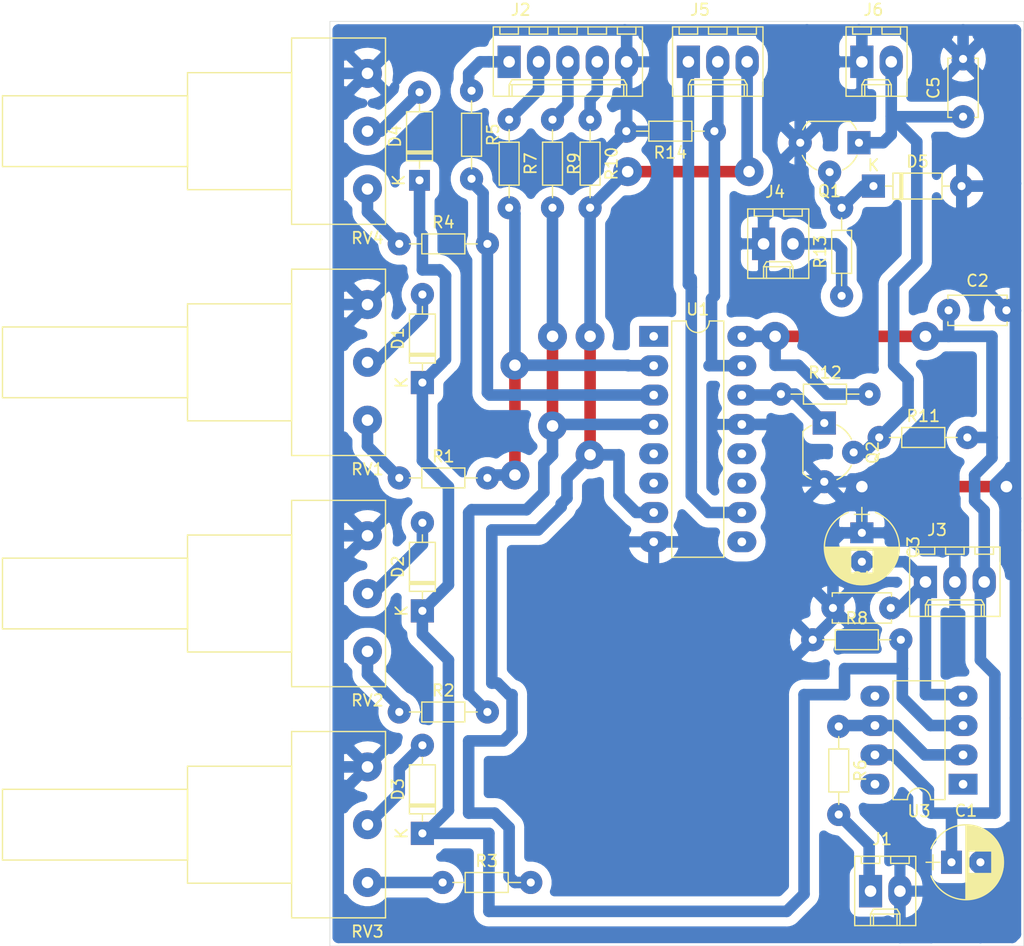
<source format=kicad_pcb>
(kicad_pcb (version 20171130) (host pcbnew "(5.1.6)-1")
  (layers (0 F.Cu signal) (31 B.Cu signal) (34 B.Paste user hide) (35 F.Paste user hide) (36 B.SilkS user hide) (37 F.SilkS user) (38 B.Mask user hide) (39 F.Mask user hide) (44 Edge.Cuts user))
  (net 0 "")
  (net 1 +12V)
  (net 2 GND)
  (net 3 -12V)
  (net 4 "Net-(C5-Pad1)")
  (net 5 "Net-(D1-Pad2)")
  (net 6 Q0_CV)
  (net 7 "Net-(D2-Pad2)")
  (net 8 "Net-(D3-Pad2)")
  (net 9 "Net-(D4-Pad2)")
  (net 10 "Net-(D5-Pad1)")
  (net 11 "Net-(J1-Pad1)")
  (net 12 "Net-(J2-Pad1)")
  (net 13 "Net-(J2-Pad2)")
  (net 14 "Net-(J2-Pad3)")
  (net 15 "Net-(J2-Pad4)")
  (net 16 "Net-(J4-Pad2)")
  (net 17 Q4)
  (net 18 RST)
  (net 19 Q3)
  (net 20 CLK)
  (net 21 "Net-(R1-Pad1)")
  (net 22 Q1)
  (net 23 "Net-(R2-Pad1)")
  (net 24 Q2)
  (net 25 "Net-(R3-Pad1)")
  (net 26 "Net-(R4-Pad1)")
  (net 27 Q0)
  (net 28 "Net-(R6-Pad1)")
  (net 29 "Net-(U1-Pad6)")
  (net 30 "Net-(U1-Pad5)")
  (net 31 "Net-(U1-Pad12)")
  (net 32 "Net-(U1-Pad11)")
  (net 33 "Net-(U1-Pad9)")
  (net 34 "Net-(U1-Pad1)")
  (net 35 "Net-(U3-Pad8)")
  (net 36 "Net-(U3-Pad5)")
  (net 37 "Net-(U3-Pad1)")
  (module Resistors_ThroughHole:R_Axial_DIN0204_L3.6mm_D1.6mm_P7.62mm_Horizontal (layer F.Cu) (at 72.5 58.5 270)
    (fp_text reference R10 (at 3.81 -1.86 90) (layer F.SilkS))
    (fp_text value 2.2k)
    (pad 1 thru_hole circle (at 0 0 270) (size 2 2) (drill 0.7) (layers *.Cu *.Mask) (net 15 "Net-(J2-Pad4)"))
    (pad 2 thru_hole oval (at 7.62 0 270) (size 2 2) (drill 0.7) (layers *.Cu *.Mask) (net 19 Q3))
  )
  (module Package_DIP:DIP-8_W7.62mm_LongPads (layer F.Cu) (at 104.75 116 180)
    (fp_text reference U3 (at 3.81 -2.33) (layer F.SilkS))
    (fp_text value LM741)
    (pad 8 thru_hole oval (at 7.62 0 180) (size 2.5 1.8) (drill 0.75) (layers *.Cu *.Mask) (net 35 "Net-(U3-Pad8)"))
    (pad 4 thru_hole oval (at 0 7.62 180) (size 2.5 1.8) (drill 0.75) (layers *.Cu *.Mask) (net 3 -12V))
    (pad 7 thru_hole oval (at 7.62 2.54 180) (size 2.5 1.8) (drill 0.75) (layers *.Cu *.Mask) (net 1 +12V))
    (pad 3 thru_hole oval (at 0 5.08 180) (size 2.5 1.8) (drill 0.75) (layers *.Cu *.Mask) (net 6 Q0_CV))
    (pad 6 thru_hole oval (at 7.62 5.08 180) (size 2.5 1.8) (drill 0.75) (layers *.Cu *.Mask) (net 28 "Net-(R6-Pad1)"))
    (pad 2 thru_hole oval (at 0 2.54 180) (size 2.5 1.8) (drill 0.75) (layers *.Cu *.Mask) (net 28 "Net-(R6-Pad1)"))
    (pad 5 thru_hole oval (at 7.62 7.62 180) (size 2.5 1.8) (drill 0.75) (layers *.Cu *.Mask) (net 36 "Net-(U3-Pad5)"))
    (pad 1 thru_hole rect (at 0 0 180) (size 2.5 1.8) (drill 0.75) (layers *.Cu *.Mask) (net 37 "Net-(U3-Pad1)"))
  )
  (module Package_DIP:DIP-16_W7.62mm_LongPads (layer F.Cu) (at 78 77.25)
    (fp_text reference U1 (at 3.81 -2.33) (layer F.SilkS))
    (fp_text value 4017)
    (pad 16 thru_hole oval (at 7.62 0) (size 2.5 1.8) (drill 0.75) (layers *.Cu *.Mask) (net 1 +12V))
    (pad 8 thru_hole oval (at 0 17.78) (size 2.5 1.8) (drill 0.75) (layers *.Cu *.Mask) (net 2 GND))
    (pad 15 thru_hole oval (at 7.62 2.54) (size 2.5 1.8) (drill 0.75) (layers *.Cu *.Mask) (net 18 RST))
    (pad 7 thru_hole oval (at 0 15.24) (size 2.5 1.8) (drill 0.75) (layers *.Cu *.Mask) (net 19 Q3))
    (pad 14 thru_hole oval (at 7.62 5.08) (size 2.5 1.8) (drill 0.75) (layers *.Cu *.Mask) (net 20 CLK))
    (pad 6 thru_hole oval (at 0 12.7) (size 2.5 1.8) (drill 0.75) (layers *.Cu *.Mask) (net 29 "Net-(U1-Pad6)"))
    (pad 13 thru_hole oval (at 7.62 7.62) (size 2.5 1.8) (drill 0.75) (layers *.Cu *.Mask) (net 2 GND))
    (pad 5 thru_hole oval (at 0 10.16) (size 2.5 1.8) (drill 0.75) (layers *.Cu *.Mask) (net 30 "Net-(U1-Pad5)"))
    (pad 12 thru_hole oval (at 7.62 10.16) (size 2.5 1.8) (drill 0.75) (layers *.Cu *.Mask) (net 31 "Net-(U1-Pad12)"))
    (pad 4 thru_hole oval (at 0 7.62) (size 2.5 1.8) (drill 0.8) (layers *.Cu *.Mask) (net 24 Q2))
    (pad 11 thru_hole oval (at 7.62 12.7) (size 2.5 1.8) (drill 0.75) (layers *.Cu *.Mask) (net 32 "Net-(U1-Pad11)"))
    (pad 3 thru_hole oval (at 0 5.08) (size 2.5 1.8) (drill 0.75) (layers *.Cu *.Mask) (net 27 Q0))
    (pad 10 thru_hole oval (at 7.62 15.24) (size 2.5 1.8) (drill 0.75) (layers *.Cu *.Mask) (net 17 Q4))
    (pad 2 thru_hole oval (at 0 2.54) (size 2.5 1.8) (drill 0.75) (layers *.Cu *.Mask) (net 22 Q1))
    (pad 9 thru_hole oval (at 7.62 17.78) (size 2.5 1.8) (drill 0.75) (layers *.Cu *.Mask) (net 33 "Net-(U1-Pad9)"))
    (pad 1 thru_hole rect (at 0 0) (size 2.5 1.8) (drill 0.75) (layers *.Cu *.Mask) (net 34 "Net-(U1-Pad1)"))
  )
  (module Potentiometers:Potentiometer_Piher_PC-16_Single_Vertical (layer F.Cu) (at 53.25 54.5 180)
    (fp_text reference RV4 (at 0 -14.25) (layer F.SilkS))
    (fp_text value "10K B")
    (pad 3 thru_hole circle (at 0 -10 180) (size 2.5 2.5) (drill 1) (layers *.Cu *.Mask) (net 26 "Net-(R4-Pad1)"))
    (pad 2 thru_hole circle (at 0 -5 180) (size 2.5 2.5) (drill 1) (layers *.Cu *.Mask) (net 9 "Net-(D4-Pad2)"))
    (pad 1 thru_hole circle (at 0 0 180) (size 2.5 2.5) (drill 1) (layers *.Cu *.Mask) (net 2 GND))
  )
  (module Potentiometers:Potentiometer_Piher_PC-16_Single_Vertical (layer F.Cu) (at 53.25 114.5 180)
    (fp_text reference RV3 (at 0 -14.25) (layer F.SilkS))
    (fp_text value "10K B")
    (pad 3 thru_hole circle (at 0 -10 180) (size 2.5 2.5) (drill 1) (layers *.Cu *.Mask) (net 25 "Net-(R3-Pad1)"))
    (pad 2 thru_hole circle (at 0 -5 180) (size 2.5 2.5) (drill 1) (layers *.Cu *.Mask) (net 8 "Net-(D3-Pad2)"))
    (pad 1 thru_hole circle (at 0 0 180) (size 2.5 2.5) (drill 1) (layers *.Cu *.Mask) (net 2 GND))
  )
  (module Potentiometers:Potentiometer_Piher_PC-16_Single_Vertical (layer F.Cu) (at 53.25 94.5 180)
    (fp_text reference RV2 (at 0 -14.25) (layer F.SilkS))
    (fp_text value "10K B")
    (pad 3 thru_hole circle (at 0 -10 180) (size 2.5 2.5) (drill 1) (layers *.Cu *.Mask) (net 23 "Net-(R2-Pad1)"))
    (pad 2 thru_hole circle (at 0 -5 180) (size 2.5 2.5) (drill 1) (layers *.Cu *.Mask) (net 7 "Net-(D2-Pad2)"))
    (pad 1 thru_hole circle (at 0 0 180) (size 2.5 2.5) (drill 1) (layers *.Cu *.Mask) (net 2 GND))
  )
  (module Potentiometers:Potentiometer_Piher_PC-16_Single_Vertical (layer F.Cu) (at 53.25 74.5 180)
    (fp_text reference RV1 (at 0 -14.25) (layer F.SilkS))
    (fp_text value "10K B")
    (pad 3 thru_hole circle (at 0 -10 180) (size 2.5 2.5) (drill 1) (layers *.Cu *.Mask) (net 21 "Net-(R1-Pad1)"))
    (pad 2 thru_hole circle (at 0 -5 180) (size 2.5 2.5) (drill 1) (layers *.Cu *.Mask) (net 5 "Net-(D1-Pad2)"))
    (pad 1 thru_hole circle (at 0 0 180) (size 2.5 2.5) (drill 1) (layers *.Cu *.Mask) (net 2 GND))
  )
  (module Resistors_ThroughHole:R_Axial_DIN0204_L3.6mm_D1.6mm_P7.62mm_Horizontal (layer F.Cu) (at 83.25 59.5 180)
    (fp_text reference R14 (at 3.81 -1.86) (layer F.SilkS))
    (fp_text value 100k)
    (pad 1 thru_hole circle (at 0 0 180) (size 2 2) (drill 0.7) (layers *.Cu *.Mask) (net 18 RST))
    (pad 2 thru_hole oval (at 7.62 0 180) (size 2 2) (drill 0.7) (layers *.Cu *.Mask) (net 2 GND))
  )
  (module Resistors_ThroughHole:R_Axial_DIN0204_L3.6mm_D1.6mm_P7.62mm_Horizontal (layer F.Cu) (at 94.25 73.75 90)
    (fp_text reference R13 (at 3.81 -1.86 90) (layer F.SilkS))
    (fp_text value 100k)
    (pad 1 thru_hole circle (at 0 0 90) (size 2 2) (drill 0.7) (layers *.Cu *.Mask) (net 16 "Net-(J4-Pad2)"))
    (pad 2 thru_hole oval (at 7.62 0 90) (size 2 2) (drill 0.7) (layers *.Cu *.Mask) (net 10 "Net-(D5-Pad1)"))
  )
  (module Resistors_ThroughHole:R_Axial_DIN0204_L3.6mm_D1.6mm_P7.62mm_Horizontal (layer F.Cu) (at 89 82.25)
    (fp_text reference R12 (at 3.81 -1.86) (layer F.SilkS))
    (fp_text value 100k)
    (pad 1 thru_hole circle (at 0 0) (size 2 2) (drill 0.7) (layers *.Cu *.Mask) (net 20 CLK))
    (pad 2 thru_hole oval (at 7.62 0) (size 2 2) (drill 0.7) (layers *.Cu *.Mask) (net 1 +12V))
  )
  (module Resistors_ThroughHole:R_Axial_DIN0204_L3.6mm_D1.6mm_P7.62mm_Horizontal (layer F.Cu) (at 97.5 86)
    (fp_text reference R11 (at 3.81 -1.86) (layer F.SilkS))
    (fp_text value 100k)
    (pad 1 thru_hole circle (at 0 0) (size 2 2) (drill 0.7) (layers *.Cu *.Mask) (net 4 "Net-(C5-Pad1)"))
    (pad 2 thru_hole oval (at 7.62 0) (size 2 2) (drill 0.7) (layers *.Cu *.Mask) (net 1 +12V))
  )
  (module Resistors_ThroughHole:R_Axial_DIN0204_L3.6mm_D1.6mm_P7.62mm_Horizontal (layer F.Cu) (at 69.25 58.5 270)
    (fp_text reference R9 (at 3.81 -1.86 90) (layer F.SilkS))
    (fp_text value 2.2k)
    (pad 1 thru_hole circle (at 0 0 270) (size 2 2) (drill 0.7) (layers *.Cu *.Mask) (net 14 "Net-(J2-Pad3)"))
    (pad 2 thru_hole oval (at 7.62 0 270) (size 2 2) (drill 0.7) (layers *.Cu *.Mask) (net 24 Q2))
  )
  (module Resistors_ThroughHole:R_Axial_DIN0204_L3.6mm_D1.6mm_P7.62mm_Horizontal (layer F.Cu) (at 91.75 103.5)
    (fp_text reference R8 (at 3.81 -1.86) (layer F.SilkS))
    (fp_text value 100k)
    (pad 1 thru_hole circle (at 0 0) (size 2 2) (drill 0.7) (layers *.Cu *.Mask) (net 2 GND))
    (pad 2 thru_hole oval (at 7.62 0) (size 2 2) (drill 0.7) (layers *.Cu *.Mask) (net 6 Q0_CV))
  )
  (module Resistors_ThroughHole:R_Axial_DIN0204_L3.6mm_D1.6mm_P7.62mm_Horizontal (layer F.Cu) (at 65.5 58.5 270)
    (fp_text reference R7 (at 3.81 -1.86 90) (layer F.SilkS))
    (fp_text value 2.2k)
    (pad 1 thru_hole circle (at 0 0 270) (size 2 2) (drill 0.7) (layers *.Cu *.Mask) (net 13 "Net-(J2-Pad2)"))
    (pad 2 thru_hole oval (at 7.62 0 270) (size 2 2) (drill 0.7) (layers *.Cu *.Mask) (net 22 Q1))
  )
  (module Resistors_ThroughHole:R_Axial_DIN0204_L3.6mm_D1.6mm_P7.62mm_Horizontal (layer F.Cu) (at 94 111 270)
    (fp_text reference R6 (at 3.81 -1.86 90) (layer F.SilkS))
    (fp_text value 100)
    (pad 1 thru_hole circle (at 0 0 270) (size 2 2) (drill 0.7) (layers *.Cu *.Mask) (net 28 "Net-(R6-Pad1)"))
    (pad 2 thru_hole oval (at 7.62 0 270) (size 2 2) (drill 0.7) (layers *.Cu *.Mask) (net 11 "Net-(J1-Pad1)"))
  )
  (module Resistors_ThroughHole:R_Axial_DIN0204_L3.6mm_D1.6mm_P7.62mm_Horizontal (layer F.Cu) (at 62.25 56 270)
    (fp_text reference R5 (at 3.81 -1.86 90) (layer F.SilkS))
    (fp_text value 2.2k)
    (pad 1 thru_hole circle (at 0 0 270) (size 2 2) (drill 0.7) (layers *.Cu *.Mask) (net 12 "Net-(J2-Pad1)"))
    (pad 2 thru_hole oval (at 7.62 0 270) (size 2 2) (drill 0.7) (layers *.Cu *.Mask) (net 27 Q0))
  )
  (module Resistors_ThroughHole:R_Axial_DIN0204_L3.6mm_D1.6mm_P7.62mm_Horizontal (layer F.Cu) (at 56 69.25)
    (fp_text reference R4 (at 3.81 -1.86) (layer F.SilkS))
    (fp_text value 10k)
    (pad 1 thru_hole circle (at 0 0) (size 2 2) (drill 0.7) (layers *.Cu *.Mask) (net 26 "Net-(R4-Pad1)"))
    (pad 2 thru_hole oval (at 7.62 0) (size 2 2) (drill 0.7) (layers *.Cu *.Mask) (net 27 Q0))
  )
  (module Resistors_ThroughHole:R_Axial_DIN0204_L3.6mm_D1.6mm_P7.62mm_Horizontal (layer F.Cu) (at 59.75 124.5)
    (fp_text reference R3 (at 3.81 -1.86) (layer F.SilkS))
    (fp_text value 10k)
    (pad 1 thru_hole circle (at 0 0) (size 2 2) (drill 0.7) (layers *.Cu *.Mask) (net 25 "Net-(R3-Pad1)"))
    (pad 2 thru_hole oval (at 7.62 0) (size 2 2) (drill 0.7) (layers *.Cu *.Mask) (net 19 Q3))
  )
  (module Resistors_ThroughHole:R_Axial_DIN0204_L3.6mm_D1.6mm_P7.62mm_Horizontal (layer F.Cu) (at 56 109.75)
    (fp_text reference R2 (at 3.81 -1.86) (layer F.SilkS))
    (fp_text value 10k)
    (pad 1 thru_hole circle (at 0 0) (size 2 2) (drill 0.7) (layers *.Cu *.Mask) (net 23 "Net-(R2-Pad1)"))
    (pad 2 thru_hole oval (at 7.62 0) (size 2 2) (drill 0.7) (layers *.Cu *.Mask) (net 24 Q2))
  )
  (module Resistors_ThroughHole:R_Axial_DIN0204_L3.6mm_D1.6mm_P7.62mm_Horizontal (layer F.Cu) (at 56 89.5)
    (fp_text reference R1 (at 3.81 -1.86) (layer F.SilkS))
    (fp_text value 10k)
    (pad 1 thru_hole circle (at 0 0) (size 2 2) (drill 0.7) (layers *.Cu *.Mask) (net 21 "Net-(R1-Pad1)"))
    (pad 2 thru_hole oval (at 7.62 0) (size 2 2) (drill 0.7) (layers *.Cu *.Mask) (net 22 Q1))
  )
  (module Package_TO_SOT_THT:TO-92_Wide (layer F.Cu) (at 92.75 84.75 270)
    (fp_text reference Q2 (at 2.55 -4.19 90) (layer F.SilkS))
    (fp_text value BC547)
    (pad 1 thru_hole rect (at 0 0) (size 2 2) (drill 0.7) (layers *.Cu *.Mask) (net 20 CLK))
    (pad 3 thru_hole circle (at 5.08 0) (size 2 2) (drill 0.7) (layers *.Cu *.Mask) (net 2 GND))
    (pad 2 thru_hole circle (at 2.54 -2.54) (size 2 2) (drill 0.7) (layers *.Cu *.Mask) (net 4 "Net-(C5-Pad1)"))
  )
  (module Package_TO_SOT_THT:TO-92_Wide (layer F.Cu) (at 95.75 60.5 180)
    (fp_text reference Q1 (at 2.55 -4.19) (layer F.SilkS))
    (fp_text value BC547)
    (pad 1 thru_hole rect (at 0 0 270) (size 2 2) (drill 0.7) (layers *.Cu *.Mask) (net 4 "Net-(C5-Pad1)"))
    (pad 3 thru_hole circle (at 5.08 0 270) (size 2 2) (drill 0.7) (layers *.Cu *.Mask) (net 2 GND))
    (pad 2 thru_hole circle (at 2.54 -2.54 270) (size 2 2) (drill 0.7) (layers *.Cu *.Mask) (net 10 "Net-(D5-Pad1)"))
  )
  (module Connectors_Molex:Molex_KK-6410-02_02x2.54mm_Straight (layer F.Cu) (at 96 53.5)
    (fp_text reference J6 (at 1 -4.5) (layer F.SilkS))
    (fp_text value BTN_STEP)
    (pad 1 thru_hole rect (at 0 0) (size 2 2.8) (drill 1) (layers *.Cu *.Mask) (net 2 GND))
    (pad 2 thru_hole oval (at 2.54 0) (size 2 2.8) (drill 1) (layers *.Cu *.Mask) (net 4 "Net-(C5-Pad1)"))
  )
  (module Connectors_Molex:Molex_KK-6410-03_03x2.54mm_Straight (layer F.Cu) (at 81 53.5)
    (fp_text reference J5 (at 1 -4.5) (layer F.SilkS))
    (fp_text value SW_STEPS)
    (pad 1 thru_hole rect (at 0 0) (size 2 2.8) (drill 1) (layers *.Cu *.Mask) (net 17 Q4))
    (pad 2 thru_hole oval (at 2.54 0) (size 2 2.8) (drill 1) (layers *.Cu *.Mask) (net 18 RST))
    (pad 3 thru_hole oval (at 5.08 0) (size 2 2.8) (drill 1) (layers *.Cu *.Mask) (net 19 Q3))
  )
  (module Connectors_Molex:Molex_KK-6410-02_02x2.54mm_Straight (layer F.Cu) (at 87.5 69.25)
    (fp_text reference J4 (at 1 -4.5) (layer F.SilkS))
    (fp_text value CLK_IN)
    (pad 1 thru_hole rect (at 0 0) (size 2 2.8) (drill 1) (layers *.Cu *.Mask) (net 2 GND))
    (pad 2 thru_hole oval (at 2.54 0) (size 2 2.8) (drill 1) (layers *.Cu *.Mask) (net 16 "Net-(J4-Pad2)"))
  )
  (module Connectors_Molex:Molex_KK-6410-03_03x2.54mm_Straight (layer F.Cu) (at 101.5 98.5)
    (fp_text reference J3 (at 1 -4.5) (layer F.SilkS))
    (fp_text value POWER)
    (pad 1 thru_hole rect (at 0 0) (size 2 2.8) (drill 1) (layers *.Cu *.Mask) (net 3 -12V))
    (pad 2 thru_hole oval (at 2.54 0) (size 2 2.8) (drill 1) (layers *.Cu *.Mask) (net 2 GND))
    (pad 3 thru_hole oval (at 5.08 0) (size 2 2.8) (drill 1) (layers *.Cu *.Mask) (net 1 +12V))
  )
  (module Connectors_Molex:Molex_KK-6410-05_05x2.54mm_Straight (layer F.Cu) (at 65.5 53.5)
    (fp_text reference J2 (at 1 -4.5) (layer F.SilkS))
    (fp_text value LEDS_OUT)
    (pad 1 thru_hole rect (at 0 0) (size 2 2.8) (drill 1) (layers *.Cu *.Mask) (net 12 "Net-(J2-Pad1)"))
    (pad 2 thru_hole oval (at 2.54 0) (size 2 2.8) (drill 1) (layers *.Cu *.Mask) (net 13 "Net-(J2-Pad2)"))
    (pad 3 thru_hole oval (at 5.08 0) (size 2 2.8) (drill 1) (layers *.Cu *.Mask) (net 14 "Net-(J2-Pad3)"))
    (pad 4 thru_hole oval (at 7.62 0) (size 2 2.8) (drill 1) (layers *.Cu *.Mask) (net 15 "Net-(J2-Pad4)"))
    (pad 5 thru_hole oval (at 10.16 0) (size 2 2.8) (drill 1) (layers *.Cu *.Mask) (net 2 GND))
  )
  (module Connectors_Molex:Molex_KK-6410-02_02x2.54mm_Straight (layer F.Cu) (at 96.75 125.25)
    (fp_text reference J1 (at 1 -4.5) (layer F.SilkS))
    (fp_text value CV_OUT)
    (pad 1 thru_hole rect (at 0 0) (size 2 2.8) (drill 1) (layers *.Cu *.Mask) (net 11 "Net-(J1-Pad1)"))
    (pad 2 thru_hole oval (at 2.54 0) (size 2 2.8) (drill 1) (layers *.Cu *.Mask) (net 2 GND))
  )
  (module Diode_THT:D_DO-35_SOD27_P7.62mm_Horizontal (layer F.Cu) (at 97 64.25)
    (fp_text reference D5 (at 3.81 -2.12) (layer F.SilkS))
    (fp_text value 1N4148)
    (fp_text user K (at 0 -1.8) (layer F.SilkS))
    (pad 2 thru_hole oval (at 7.62 0) (size 2 2) (drill 0.7) (layers *.Cu *.Mask) (net 2 GND))
    (pad 1 thru_hole rect (at 0 0) (size 2 2) (drill 0.7) (layers *.Cu *.Mask) (net 10 "Net-(D5-Pad1)"))
  )
  (module Diode_THT:D_DO-35_SOD27_P7.62mm_Horizontal (layer F.Cu) (at 57.75 63.75 90)
    (fp_text reference D4 (at 3.81 -2.12 90) (layer F.SilkS))
    (fp_text value 1N4148)
    (fp_text user K (at 0 -1.8 90) (layer F.SilkS))
    (pad 2 thru_hole oval (at 7.62 0 90) (size 2 2) (drill 0.7) (layers *.Cu *.Mask) (net 9 "Net-(D4-Pad2)"))
    (pad 1 thru_hole rect (at 0 0 90) (size 1.8 1.8) (drill 0.7) (layers *.Cu *.Mask) (net 6 Q0_CV))
  )
  (module Diode_THT:D_DO-35_SOD27_P7.62mm_Horizontal (layer F.Cu) (at 58 120.25 90)
    (fp_text reference D3 (at 3.81 -2.12 90) (layer F.SilkS))
    (fp_text value 1N4148)
    (fp_text user K (at 0 -1.8 90) (layer F.SilkS))
    (pad 2 thru_hole oval (at 7.62 0 90) (size 2 2) (drill 0.7) (layers *.Cu *.Mask) (net 8 "Net-(D3-Pad2)"))
    (pad 1 thru_hole rect (at 0 0 90) (size 2 2) (drill 0.7) (layers *.Cu *.Mask) (net 6 Q0_CV))
  )
  (module Diode_THT:D_DO-35_SOD27_P7.62mm_Horizontal (layer F.Cu) (at 58 101 90)
    (fp_text reference D2 (at 3.81 -2.12 90) (layer F.SilkS))
    (fp_text value 1N4148)
    (fp_text user K (at 0 -1.8 90) (layer F.SilkS))
    (pad 2 thru_hole oval (at 7.62 0 90) (size 2 2) (drill 0.7) (layers *.Cu *.Mask) (net 7 "Net-(D2-Pad2)"))
    (pad 1 thru_hole rect (at 0 0 90) (size 2 2) (drill 0.7) (layers *.Cu *.Mask) (net 6 Q0_CV))
  )
  (module Diode_THT:D_DO-35_SOD27_P7.62mm_Horizontal (layer F.Cu) (at 58 81.25 90)
    (fp_text reference D1 (at 3.81 -2.12 90) (layer F.SilkS))
    (fp_text value 1N4148)
    (fp_text user K (at 0 -1.8 90) (layer F.SilkS))
    (pad 2 thru_hole oval (at 7.62 0 90) (size 2 2) (drill 0.7) (layers *.Cu *.Mask) (net 5 "Net-(D1-Pad2)"))
    (pad 1 thru_hole rect (at 0 0 90) (size 2 2) (drill 0.7) (layers *.Cu *.Mask) (net 6 Q0_CV))
  )
  (module Capacitors_ThroughHole:C_Disc_D5.0mm_W2.5mm_P5.00mm (layer F.Cu) (at 104.75 58.25 90)
    (fp_text reference C5 (at 2.5 -2.56 90) (layer F.SilkS))
    (fp_text value 100nF)
    (pad 1 thru_hole circle (at 0 0 90) (size 2 2) (drill 0.7) (layers *.Cu *.Mask) (net 4 "Net-(C5-Pad1)"))
    (pad 2 thru_hole circle (at 5 0 90) (size 2 2) (drill 0.7) (layers *.Cu *.Mask) (net 2 GND))
  )
  (module Capacitors_ThroughHole:C_Disc_D5.0mm_W2.5mm_P5.00mm (layer F.Cu) (at 93.5 100.75)
    (fp_text reference C4 (at 2.5 -2.56) (layer F.SilkS))
    (fp_text value 100nF)
    (pad 1 thru_hole circle (at 0 0) (size 2 2) (drill 0.7) (layers *.Cu *.Mask) (net 2 GND))
    (pad 2 thru_hole circle (at 5 0) (size 2 2) (drill 0.7) (layers *.Cu *.Mask) (net 3 -12V))
  )
  (module Capacitors_ThroughHole:CP_Radial_D6.3mm_P2.50mm (layer F.Cu) (at 96 94.25 270)
    (fp_text reference C3 (at 1.25 -4.46 90) (layer F.SilkS))
    (fp_text value 100uFx25V)
    (pad 1 thru_hole rect (at 0 0 270) (size 1.8 2) (drill 0.7) (layers *.Cu *.Mask) (net 2 GND))
    (pad 2 thru_hole circle (at 2.5 0 270) (size 2 2) (drill 0.7) (layers *.Cu *.Mask) (net 3 -12V))
  )
  (module Capacitors_ThroughHole:C_Disc_D5.0mm_W2.5mm_P5.00mm (layer F.Cu) (at 103.5 75)
    (fp_text reference C2 (at 2.5 -2.56) (layer F.SilkS))
    (fp_text value 100nF)
    (pad 1 thru_hole circle (at 0 0) (size 2 2) (drill 0.7) (layers *.Cu *.Mask) (net 1 +12V))
    (pad 2 thru_hole circle (at 5 0) (size 2 2) (drill 0.7) (layers *.Cu *.Mask) (net 2 GND))
  )
  (module Capacitors_ThroughHole:CP_Radial_D6.3mm_P2.50mm (layer F.Cu) (at 103.75 122.75)
    (fp_text reference C1 (at 1.25 -4.46) (layer F.SilkS))
    (fp_text value 100uFx25V)
    (pad 1 thru_hole rect (at 0 0) (size 1.8 2) (drill 0.7) (layers *.Cu *.Mask) (net 1 +12V))
    (pad 2 thru_hole circle (at 2.5 0) (size 2 2) (drill 0.7) (layers *.Cu *.Mask) (net 2 GND))
  )
  (gr_line (start 110 110) (end 110 130) (layer Edge.Cuts) (width 0.05))
  (gr_line (start 50 110) (end 50 130) (layer Edge.Cuts) (width 0.05))
  (gr_line (start 50 130) (end 110 130) (layer Edge.Cuts) (width 0.05))
  (gr_line (start 50 110) (end 50 50) (layer Edge.Cuts) (width 0.05))
  (gr_line (start 110 50) (end 110 110) (layer Edge.Cuts) (width 0.05))
  (gr_line (start 50 50) (end 110 50) (layer Edge.Cuts) (width 0.05))
  (segment (start 97.13 113.46) (end 98.71 113.46) (width 1) (layer B.Cu) (net 1))
  (segment (start 98.71 113.46) (end 101.75 116.5) (width 1) (layer B.Cu) (net 1))
  (segment (start 101.75 116.5) (end 101.75 118.25) (width 1) (layer B.Cu) (net 1))
  (segment (start 101.75 118.25) (end 102 118.5) (width 1) (layer B.Cu) (net 1))
  (segment (start 103.75 118.75) (end 104 118.5) (width 1) (layer B.Cu) (net 1))
  (segment (start 103.75 122.75) (end 103.75 118.75) (width 1) (layer B.Cu) (net 1))
  (segment (start 102 118.5) (end 104 118.5) (width 1) (layer B.Cu) (net 1))
  (segment (start 103.5 75) (end 103.5 77.25) (width 1) (layer B.Cu) (net 1))
  (segment (start 85.62 77.25) (end 88.5 77.25) (width 1) (layer B.Cu) (net 1))
  (segment (start 103.5 77.25) (end 107.25 77.25) (width 1) (layer B.Cu) (net 1))
  (segment (start 106.58 98.5) (end 106.58 92.33) (width 1) (layer B.Cu) (net 1))
  (segment (start 106.58 92.33) (end 105.75 91.5) (width 1) (layer B.Cu) (net 1))
  (segment (start 105.75 91.5) (end 105.75 89.25) (width 1) (layer B.Cu) (net 1))
  (segment (start 105.75 89.25) (end 107.25 87.75) (width 1) (layer B.Cu) (net 1))
  (segment (start 106.25 105.25) (end 106.25 98.83) (width 1) (layer B.Cu) (net 1))
  (segment (start 107.5 106.5) (end 106.25 105.25) (width 1) (layer B.Cu) (net 1))
  (segment (start 106.25 98.83) (end 106.58 98.5) (width 1) (layer B.Cu) (net 1))
  (segment (start 104 118.5) (end 107.5 118.5) (width 1) (layer B.Cu) (net 1))
  (segment (start 107.5 118.5) (end 107.5 106.5) (width 1) (layer B.Cu) (net 1))
  (segment (start 101.5 77.25) (end 103.5 77.25) (width 1) (layer B.Cu) (net 1))
  (via (at 101.5 77.25) (size 2.5) (drill 1) (layers F.Cu B.Cu) (net 1))
  (via (at 88.5 77.25) (size 2.5) (drill 1) (layers F.Cu B.Cu) (net 1))
  (segment (start 101.5 77.25) (end 88.5 77.25) (width 1) (layer F.Cu) (net 1))
  (segment (start 96.62 82.25) (end 93 82.25) (width 1) (layer B.Cu) (net 1))
  (segment (start 93 82.25) (end 90.5 79.75) (width 1) (layer B.Cu) (net 1))
  (segment (start 90.5 79.75) (end 88.5 79.75) (width 1) (layer B.Cu) (net 1))
  (segment (start 88.5 79.75) (end 88.5 77.25) (width 1) (layer B.Cu) (net 1))
  (segment (start 105.12 86) (end 107.25 86) (width 1) (layer B.Cu) (net 1))
  (segment (start 107.25 87.75) (end 107.25 86) (width 1) (layer B.Cu) (net 1))
  (segment (start 107.25 86) (end 107.25 77.25) (width 1) (layer B.Cu) (net 1))
  (via (at 108.5 90.25) (size 2.5) (drill 1) (layers F.Cu B.Cu) (net 2))
  (via (at 96 90.25) (size 2.5) (drill 1) (layers F.Cu B.Cu) (net 2))
  (segment (start 99.29 125.25) (end 99.29 129.23499) (width 1) (layer B.Cu) (net 2))
  (segment (start 99.29 129.23499) (end 99.30501 129.25) (width 1) (layer B.Cu) (net 2))
  (segment (start 109.27499 128.97501) (end 109.27499 110.300308) (width 1) (layer B.Cu) (net 2))
  (segment (start 109 129.25) (end 109.27499 128.97501) (width 1) (layer B.Cu) (net 2))
  (segment (start 104.04 98.5) (end 104.04 94.54) (width 1) (layer B.Cu) (net 2))
  (segment (start 109.27499 110.300308) (end 109.27499 94.02499) (width 1) (layer B.Cu) (net 2))
  (segment (start 109.27499 94.02499) (end 109.27499 93.25) (width 1) (layer B.Cu) (net 2))
  (segment (start 106.25 122.75) (end 106.25 129.25) (width 1) (layer B.Cu) (net 2))
  (segment (start 106.25 129.25) (end 109 129.25) (width 1) (layer B.Cu) (net 2))
  (segment (start 109.25 75) (end 109.27499 75.02499) (width 1) (layer B.Cu) (net 2))
  (segment (start 108.5 75) (end 109.25 75) (width 1) (layer B.Cu) (net 2))
  (segment (start 108.5 90.25) (end 96 90.25) (width 1) (layer F.Cu) (net 2))
  (segment (start 96 90.25) (end 103 90.25) (width 1) (layer B.Cu) (net 2))
  (segment (start 104.04 91.29) (end 104.04 94.54) (width 1) (layer B.Cu) (net 2))
  (segment (start 103 90.25) (end 104.04 91.29) (width 1) (layer B.Cu) (net 2))
  (segment (start 108.5 90.5) (end 109.27499 91.27499) (width 1) (layer B.Cu) (net 2))
  (segment (start 108.5 90.25) (end 108.5 90.5) (width 1) (layer B.Cu) (net 2))
  (segment (start 109.27499 93.25) (end 109.27499 91.27499) (width 1) (layer B.Cu) (net 2))
  (segment (start 109.27499 91.27499) (end 109.27499 75.02499) (width 1) (layer B.Cu) (net 2))
  (segment (start 94.25 94.25) (end 96 94.25) (width 1) (layer B.Cu) (net 2))
  (segment (start 93.5 100.75) (end 93.5 95) (width 1) (layer B.Cu) (net 2))
  (segment (start 93.5 95) (end 94.25 94.25) (width 1) (layer B.Cu) (net 2))
  (segment (start 93.5 101.75) (end 91.75 103.5) (width 1) (layer B.Cu) (net 2))
  (segment (start 93.5 100.75) (end 93.5 101.75) (width 1) (layer B.Cu) (net 2))
  (segment (start 96 90.25) (end 96 94.25) (width 1) (layer B.Cu) (net 2))
  (segment (start 95.58 89.83) (end 96 90.25) (width 1) (layer B.Cu) (net 2))
  (segment (start 92.75 89.83) (end 95.58 89.83) (width 1) (layer B.Cu) (net 2))
  (segment (start 85.62 84.87) (end 89.62 84.87) (width 1) (layer B.Cu) (net 2))
  (segment (start 89.62 84.87) (end 89.75 85) (width 1) (layer B.Cu) (net 2))
  (segment (start 89.75 85) (end 89.75 89.75) (width 1) (layer B.Cu) (net 2))
  (segment (start 92.67 89.75) (end 92.75 89.83) (width 1) (layer B.Cu) (net 2))
  (segment (start 89.75 89.75) (end 92.67 89.75) (width 1) (layer B.Cu) (net 2))
  (segment (start 50.75 129.25) (end 102 129.25) (width 1) (layer B.Cu) (net 2))
  (segment (start 50.72501 129.22501) (end 50.75 129.25) (width 1) (layer B.Cu) (net 2))
  (segment (start 50.75 50.75) (end 50.72501 50.77499) (width 1) (layer B.Cu) (net 2))
  (segment (start 99.30501 129.25) (end 102 129.25) (width 1) (layer B.Cu) (net 2))
  (segment (start 102 129.25) (end 106.25 129.25) (width 1) (layer B.Cu) (net 2))
  (segment (start 109.27499 50.77499) (end 109.25 50.75) (width 1) (layer B.Cu) (net 2))
  (segment (start 51 54.5) (end 50.72501 54.22501) (width 1) (layer B.Cu) (net 2))
  (segment (start 53.25 54.5) (end 51 54.5) (width 1) (layer B.Cu) (net 2))
  (segment (start 50.72501 50.77499) (end 50.72501 54.22501) (width 1) (layer B.Cu) (net 2))
  (segment (start 51 74.5) (end 50.72501 74.22501) (width 1) (layer B.Cu) (net 2))
  (segment (start 53.25 74.5) (end 51 74.5) (width 1) (layer B.Cu) (net 2))
  (segment (start 50.72501 54.22501) (end 50.72501 74.22501) (width 1) (layer B.Cu) (net 2))
  (segment (start 50.95002 94.5) (end 50.72501 94.27499) (width 1) (layer B.Cu) (net 2))
  (segment (start 50.72501 74.22501) (end 50.72501 94.27499) (width 1) (layer B.Cu) (net 2))
  (segment (start 53.25 94.5) (end 50.95002 94.5) (width 1) (layer B.Cu) (net 2))
  (segment (start 50.75 114.5) (end 50.72501 114.52499) (width 1) (layer B.Cu) (net 2))
  (segment (start 53.25 114.5) (end 50.75 114.5) (width 1) (layer B.Cu) (net 2))
  (segment (start 50.72501 114.52499) (end 50.72501 129.22501) (width 1) (layer B.Cu) (net 2))
  (segment (start 78 95.03) (end 82.47 95.03) (width 1) (layer B.Cu) (net 2))
  (segment (start 82.47 95.03) (end 82.5 95.06) (width 1) (layer B.Cu) (net 2))
  (segment (start 82.5 95.06) (end 82.5 96.75) (width 1) (layer B.Cu) (net 2))
  (segment (start 82.5 96.75) (end 83.5 97.75) (width 1) (layer B.Cu) (net 2))
  (segment (start 83.5 97.75) (end 90 97.75) (width 1) (layer B.Cu) (net 2))
  (segment (start 90 90) (end 89.75 89.75) (width 1) (layer B.Cu) (net 2))
  (segment (start 90 97.75) (end 90 90) (width 1) (layer B.Cu) (net 2))
  (segment (start 75.66 59.47) (end 75.63 59.5) (width 1) (layer B.Cu) (net 2))
  (segment (start 75.66 53.5) (end 75.66 59.47) (width 1) (layer B.Cu) (net 2))
  (segment (start 75.66 50.91) (end 75.5 50.75) (width 1) (layer B.Cu) (net 2))
  (segment (start 75.66 53.5) (end 75.66 50.91) (width 1) (layer B.Cu) (net 2))
  (segment (start 75.5 50.75) (end 50.75 50.75) (width 1) (layer B.Cu) (net 2))
  (segment (start 96 51) (end 95.75 50.75) (width 1) (layer B.Cu) (net 2))
  (segment (start 96 53.5) (end 96 51) (width 1) (layer B.Cu) (net 2))
  (segment (start 87.5 69.25) (end 87.5 67) (width 1) (layer B.Cu) (net 2))
  (segment (start 90.67 63.83) (end 90.67 60.5) (width 1) (layer B.Cu) (net 2))
  (segment (start 87.5 67) (end 90.67 63.83) (width 1) (layer B.Cu) (net 2))
  (segment (start 90.67 51.33) (end 91.25 50.75) (width 1) (layer B.Cu) (net 2))
  (segment (start 90.67 60.5) (end 90.67 51.33) (width 1) (layer B.Cu) (net 2))
  (segment (start 95.75 50.75) (end 91.25 50.75) (width 1) (layer B.Cu) (net 2))
  (segment (start 91.25 50.75) (end 75.5 50.75) (width 1) (layer B.Cu) (net 2))
  (segment (start 104.75 53.25) (end 104.75 50.75) (width 1) (layer B.Cu) (net 2))
  (segment (start 109.25 50.75) (end 104.75 50.75) (width 1) (layer B.Cu) (net 2))
  (segment (start 104.75 50.75) (end 95.75 50.75) (width 1) (layer B.Cu) (net 2))
  (segment (start 109.04998 64.25) (end 109.27499 64.02499) (width 1) (layer B.Cu) (net 2))
  (segment (start 109.27499 75.02499) (end 109.27499 64.02499) (width 1) (layer B.Cu) (net 2))
  (segment (start 104.62 64.25) (end 109.04998 64.25) (width 1) (layer B.Cu) (net 2))
  (segment (start 109.27499 64.02499) (end 109.27499 50.77499) (width 1) (layer B.Cu) (net 2))
  (segment (start 75.63 59.5) (end 72.88 62.25) (width 1) (layer B.Cu) (net 2))
  (segment (start 72.88 62.25) (end 72.25 62.25) (width 1) (layer B.Cu) (net 2))
  (segment (start 50.72501 101.97501) (end 54.97501 101.97501) (width 1) (layer B.Cu) (net 2))
  (segment (start 50.72501 101.97501) (end 50.72501 114.52499) (width 1) (layer B.Cu) (net 2))
  (segment (start 50.72501 94.27499) (end 50.72501 101.97501) (width 1) (layer B.Cu) (net 2))
  (segment (start 101.5 98.5) (end 101.5 108.25) (width 1) (layer B.Cu) (net 3))
  (segment (start 104.62 108.25) (end 104.75 108.38) (width 1) (layer B.Cu) (net 3))
  (segment (start 101.5 108.25) (end 104.62 108.25) (width 1) (layer B.Cu) (net 3))
  (segment (start 99.25 100.75) (end 101.5 98.5) (width 1) (layer B.Cu) (net 3))
  (segment (start 98.5 100.75) (end 99.25 100.75) (width 1) (layer B.Cu) (net 3))
  (segment (start 99.75 96.75) (end 101.5 98.5) (width 1) (layer B.Cu) (net 3))
  (segment (start 96 96.75) (end 99.75 96.75) (width 1) (layer B.Cu) (net 3))
  (segment (start 96.21 87.29) (end 97.5 86) (width 1) (layer B.Cu) (net 4))
  (segment (start 95.29 87.29) (end 96.21 87.29) (width 1) (layer B.Cu) (net 4))
  (segment (start 97.83 60.5) (end 95.75 60.5) (width 1) (layer B.Cu) (net 4))
  (segment (start 98.54 59.79) (end 97.83 60.5) (width 1) (layer B.Cu) (net 4))
  (segment (start 98.58 58.25) (end 98.54 58.21) (width 1) (layer B.Cu) (net 4))
  (segment (start 104.75 58.25) (end 98.58 58.25) (width 1) (layer B.Cu) (net 4))
  (segment (start 98.54 53.5) (end 98.54 58.21) (width 1) (layer B.Cu) (net 4))
  (segment (start 98.54 58.21) (end 98.54 59.79) (width 1) (layer B.Cu) (net 4))
  (segment (start 97.5 86) (end 100 83.5) (width 1) (layer B.Cu) (net 4))
  (segment (start 100 83.5) (end 100 81) (width 1) (layer B.Cu) (net 4))
  (segment (start 100 81) (end 98.75 79.75) (width 1) (layer B.Cu) (net 4))
  (segment (start 98.75 79.75) (end 98.75 72.75) (width 1) (layer B.Cu) (net 4))
  (segment (start 98.75 72.75) (end 100.75 70.75) (width 1) (layer B.Cu) (net 4))
  (segment (start 100.75 60.42) (end 98.54 58.21) (width 1) (layer B.Cu) (net 4))
  (segment (start 100.75 70.75) (end 100.75 60.42) (width 1) (layer B.Cu) (net 4))
  (segment (start 58 73.63) (end 58 75.5) (width 1) (layer B.Cu) (net 5))
  (segment (start 54 79.5) (end 53.25 79.5) (width 1) (layer B.Cu) (net 5))
  (segment (start 58 75.5) (end 54 79.5) (width 1) (layer B.Cu) (net 5))
  (segment (start 104.75 110.92) (end 101.92 110.92) (width 1) (layer B.Cu) (net 6))
  (segment (start 101.92 110.92) (end 99.5 108.5) (width 1) (layer B.Cu) (net 6))
  (segment (start 58 81.25) (end 58 88) (width 1) (layer B.Cu) (net 6))
  (segment (start 58 88) (end 60.25 90.25) (width 1) (layer B.Cu) (net 6))
  (segment (start 60.25 98.75) (end 58 101) (width 1) (layer B.Cu) (net 6))
  (segment (start 60.25 90.25) (end 60.25 98.75) (width 1) (layer B.Cu) (net 6))
  (segment (start 58 120.25) (end 58.25 120.25) (width 1) (layer B.Cu) (net 6))
  (segment (start 58.25 120.25) (end 60.25 118.25) (width 1) (layer B.Cu) (net 6))
  (segment (start 60.25 118.25) (end 60.25 105.25) (width 1) (layer B.Cu) (net 6))
  (segment (start 58 103) (end 58 101) (width 1) (layer B.Cu) (net 6))
  (segment (start 60.25 105.25) (end 58 103) (width 1) (layer B.Cu) (net 6))
  (segment (start 58 120.25) (end 63.75 120.25) (width 1) (layer B.Cu) (net 6))
  (segment (start 63.75 120.25) (end 63.75 127) (width 1) (layer B.Cu) (net 6))
  (segment (start 63.75 127) (end 89.5 127) (width 1) (layer B.Cu) (net 6))
  (segment (start 89.5 127) (end 91 125.5) (width 1) (layer B.Cu) (net 6))
  (segment (start 91 125.5) (end 91 108.25) (width 1) (layer B.Cu) (net 6))
  (segment (start 58 71.5) (end 59.5 71.5) (width 1) (layer B.Cu) (net 6))
  (segment (start 59.75 79.5) (end 58 81.25) (width 1) (layer B.Cu) (net 6))
  (segment (start 59.5 71.5) (end 60 72) (width 1) (layer B.Cu) (net 6))
  (segment (start 57.75 68.25) (end 58 68.5) (width 1) (layer B.Cu) (net 6))
  (segment (start 60 72) (end 60 79.25) (width 1) (layer B.Cu) (net 6))
  (segment (start 57.75 63.75) (end 57.75 68.25) (width 1) (layer B.Cu) (net 6))
  (segment (start 58 68.5) (end 58 71.5) (width 1) (layer B.Cu) (net 6))
  (segment (start 91 108.25) (end 94.5 108.25) (width 1) (layer B.Cu) (net 6))
  (segment (start 94.5 108.25) (end 94.5 106) (width 1) (layer B.Cu) (net 6))
  (segment (start 94.5 106) (end 99.5 106) (width 1) (layer B.Cu) (net 6))
  (segment (start 99.5 108.5) (end 99.5 106) (width 1) (layer B.Cu) (net 6))
  (segment (start 99.5 106) (end 99.5 103.25) (width 1) (layer B.Cu) (net 6))
  (segment (start 58 93.38) (end 58 95.25) (width 1) (layer B.Cu) (net 7))
  (segment (start 53.75 99.5) (end 53.25 99.5) (width 1) (layer B.Cu) (net 7))
  (segment (start 58 95.25) (end 53.75 99.5) (width 1) (layer B.Cu) (net 7))
  (segment (start 53.25 119.5) (end 56 116.75) (width 1) (layer B.Cu) (net 8))
  (segment (start 56 114.63) (end 58 112.63) (width 1) (layer B.Cu) (net 8))
  (segment (start 56 116.75) (end 56 114.63) (width 1) (layer B.Cu) (net 8))
  (segment (start 54.38 59.5) (end 57.75 56.13) (width 1) (layer B.Cu) (net 9))
  (segment (start 53.25 59.5) (end 54.38 59.5) (width 1) (layer B.Cu) (net 9))
  (segment (start 93.21 65.09) (end 94.25 66.13) (width 1) (layer B.Cu) (net 10))
  (segment (start 93.21 63.04) (end 93.21 65.09) (width 1) (layer B.Cu) (net 10))
  (segment (start 96.13 64.25) (end 94.25 66.13) (width 1) (layer B.Cu) (net 10))
  (segment (start 97 64.25) (end 96.13 64.25) (width 1) (layer B.Cu) (net 10))
  (segment (start 94 118.62) (end 96.63 121.25) (width 1) (layer B.Cu) (net 11))
  (segment (start 96.63 125.13) (end 96.75 125.25) (width 1) (layer B.Cu) (net 11))
  (segment (start 96.63 121.25) (end 96.63 125.13) (width 1) (layer B.Cu) (net 11))
  (segment (start 65.5 53.5) (end 63.75 53.5) (width 1) (layer B.Cu) (net 12))
  (segment (start 62 56) (end 62 54.5) (width 1) (layer B.Cu) (net 12))
  (segment (start 63 53.5) (end 63.75 53.5) (width 1) (layer B.Cu) (net 12))
  (segment (start 62 54.5) (end 63 53.5) (width 1) (layer B.Cu) (net 12))
  (segment (start 68.04 55.96) (end 68.04 53.5) (width 1) (layer B.Cu) (net 13))
  (segment (start 65.5 58.5) (end 68.04 55.96) (width 1) (layer B.Cu) (net 13))
  (segment (start 70.58 57.17) (end 70.58 53.5) (width 1) (layer B.Cu) (net 14))
  (segment (start 69.25 58.5) (end 70.58 57.17) (width 1) (layer B.Cu) (net 14))
  (segment (start 72.5 58.5) (end 72.5 56.75) (width 1) (layer B.Cu) (net 15))
  (segment (start 73.12 56.13) (end 73.12 53.5) (width 1) (layer B.Cu) (net 15))
  (segment (start 72.5 56.75) (end 73.12 56.13) (width 1) (layer B.Cu) (net 15))
  (segment (start 90.04 69.25) (end 93.75 69.25) (width 1) (layer B.Cu) (net 16))
  (segment (start 94.25 69.75) (end 94.25 73.75) (width 1) (layer B.Cu) (net 16))
  (segment (start 93.75 69.25) (end 94.25 69.75) (width 1) (layer B.Cu) (net 16))
  (segment (start 85.62 92.49) (end 82.74 92.49) (width 1) (layer B.Cu) (net 17))
  (segment (start 81.25 91) (end 81.25 88.12) (width 1) (layer B.Cu) (net 17))
  (segment (start 82.74 92.49) (end 81.25 91) (width 1) (layer B.Cu) (net 17))
  (segment (start 81 72.75) (end 81.25 73) (width 1) (layer B.Cu) (net 17))
  (segment (start 81 53.5) (end 81 72.75) (width 1) (layer B.Cu) (net 17))
  (segment (start 81.25 88.12) (end 81.25 73) (width 1) (layer B.Cu) (net 17))
  (segment (start 81.25 73) (end 81.25 72.25) (width 1) (layer B.Cu) (net 17))
  (segment (start 85.62 79.79) (end 82.79 79.79) (width 1) (layer B.Cu) (net 18))
  (segment (start 82.79 79.79) (end 83 79.58) (width 1) (layer B.Cu) (net 18))
  (segment (start 83 79.58) (end 83 74) (width 1) (layer B.Cu) (net 18))
  (segment (start 83.54 59.21) (end 83.25 59.5) (width 1) (layer B.Cu) (net 18))
  (segment (start 83.54 53.5) (end 83.54 59.21) (width 1) (layer B.Cu) (net 18))
  (segment (start 83.25 73.75) (end 83 74) (width 1) (layer B.Cu) (net 18))
  (segment (start 83.25 59.5) (end 83.25 73.75) (width 1) (layer B.Cu) (net 18))
  (via (at 75.75 63) (size 2.5) (drill 1) (layers F.Cu B.Cu) (net 19))
  (via (at 86.25 63) (size 2.5) (drill 1) (layers F.Cu B.Cu) (net 19))
  (via (at 72.5 87.5) (size 2.5) (drill 1) (layers F.Cu B.Cu) (net 19))
  (segment (start 72.5 66.12) (end 72.5 77.25) (width 1) (layer B.Cu) (net 19))
  (segment (start 72.5 77.25) (end 72.5 77.25) (width 1) (layer B.Cu) (net 19))
  (via (at 72.5 77.25) (size 2.5) (drill 1) (layers F.Cu B.Cu) (net 19))
  (segment (start 75.62 63) (end 72.5 66.12) (width 1) (layer B.Cu) (net 19))
  (segment (start 86.08 62.83) (end 86.25 63) (width 1) (layer B.Cu) (net 19))
  (segment (start 86.08 53.5) (end 86.08 62.83) (width 1) (layer B.Cu) (net 19))
  (segment (start 86.25 63) (end 75.75 63) (width 1) (layer F.Cu) (net 19))
  (segment (start 72.5 77.25) (end 72.5 87.5) (width 1) (layer F.Cu) (net 19))
  (segment (start 78 92.49) (end 76.49 92.49) (width 1) (layer B.Cu) (net 19))
  (segment (start 76.49 92.49) (end 75 91) (width 1) (layer B.Cu) (net 19))
  (segment (start 75 91) (end 75 87.5) (width 1) (layer B.Cu) (net 19))
  (segment (start 75 87.5) (end 72.5 87.5) (width 1) (layer B.Cu) (net 19))
  (segment (start 65.5 124) (end 66 124.5) (width 1) (layer B.Cu) (net 19))
  (segment (start 65.5 119.75) (end 65.5 124) (width 1) (layer B.Cu) (net 19))
  (segment (start 62 118.5) (end 64.25 118.5) (width 1) (layer B.Cu) (net 19))
  (segment (start 64.25 118.5) (end 65.5 119.75) (width 1) (layer B.Cu) (net 19))
  (segment (start 62 112.25) (end 62 118.5) (width 1) (layer B.Cu) (net 19))
  (segment (start 65.75 111.5) (end 65 112.25) (width 1) (layer B.Cu) (net 19))
  (segment (start 70.5 91.25) (end 70 91.75) (width 1) (layer B.Cu) (net 19))
  (segment (start 68 94) (end 64 94) (width 1) (layer B.Cu) (net 19))
  (segment (start 65.5 108.25) (end 65.75 108.25) (width 1) (layer B.Cu) (net 19))
  (segment (start 70 92) (end 68 94) (width 1) (layer B.Cu) (net 19))
  (segment (start 64.5 107.25) (end 65.5 108.25) (width 1) (layer B.Cu) (net 19))
  (segment (start 72.5 87.5) (end 70.5 89.5) (width 1) (layer B.Cu) (net 19))
  (segment (start 64 107.25) (end 64.5 107.25) (width 1) (layer B.Cu) (net 19))
  (segment (start 70 91.75) (end 70 92) (width 1) (layer B.Cu) (net 19))
  (segment (start 66 124.5) (end 67.37 124.5) (width 1) (layer B.Cu) (net 19))
  (segment (start 70.5 89.5) (end 70.5 91.25) (width 1) (layer B.Cu) (net 19))
  (segment (start 64 94) (end 64 107.25) (width 1) (layer B.Cu) (net 19))
  (segment (start 65 112.25) (end 62 112.25) (width 1) (layer B.Cu) (net 19))
  (segment (start 65.75 108.25) (end 65.75 111.5) (width 1) (layer B.Cu) (net 19))
  (segment (start 88.92 82.33) (end 89 82.25) (width 1) (layer B.Cu) (net 20))
  (segment (start 85.62 82.33) (end 88.92 82.33) (width 1) (layer B.Cu) (net 20))
  (segment (start 90.25 82.25) (end 92.75 84.75) (width 1) (layer B.Cu) (net 20))
  (segment (start 89 82.25) (end 90.25 82.25) (width 1) (layer B.Cu) (net 20))
  (segment (start 56 89.5) (end 53.25 86.75) (width 1) (layer B.Cu) (net 21))
  (segment (start 53.25 86.75) (end 53.25 84.5) (width 1) (layer B.Cu) (net 21))
  (via (at 66 89.25) (size 2.5) (drill 1) (layers F.Cu B.Cu) (net 22))
  (segment (start 75.8 79.79) (end 75.76 79.75) (width 1) (layer B.Cu) (net 22))
  (segment (start 78 79.79) (end 75.8 79.79) (width 1) (layer B.Cu) (net 22))
  (segment (start 75.76 79.75) (end 66 79.75) (width 1) (layer B.Cu) (net 22))
  (segment (start 66 66.62) (end 65.5 66.12) (width 1) (layer B.Cu) (net 22))
  (segment (start 66 79.75) (end 66 66.62) (width 1) (layer B.Cu) (net 22))
  (segment (start 66 79.75) (end 66 79.75) (width 1) (layer B.Cu) (net 22))
  (via (at 66 79.75) (size 2.5) (drill 1) (layers F.Cu B.Cu) (net 22))
  (segment (start 66 79.75) (end 66 89.25) (width 1) (layer F.Cu) (net 22))
  (segment (start 63.87 89.25) (end 63.62 89.5) (width 1) (layer B.Cu) (net 22))
  (segment (start 66 89.25) (end 63.87 89.25) (width 1) (layer B.Cu) (net 22))
  (segment (start 53.25 104.5) (end 53.25 106.5) (width 1) (layer B.Cu) (net 23))
  (segment (start 56 109.25) (end 56 109.75) (width 1) (layer B.Cu) (net 23))
  (segment (start 53.25 106.5) (end 56 109.25) (width 1) (layer B.Cu) (net 23))
  (via (at 69.25 85) (size 2.5) (drill 1) (layers F.Cu B.Cu) (net 24))
  (segment (start 69.25 66.12) (end 69.25 77.25) (width 1) (layer B.Cu) (net 24))
  (segment (start 69.25 77.25) (end 69.25 77.25) (width 1) (layer B.Cu) (net 24))
  (via (at 69.25 77.25) (size 2.5) (drill 1) (layers F.Cu B.Cu) (net 24))
  (segment (start 69.25 77.25) (end 69.25 85) (width 1) (layer F.Cu) (net 24))
  (segment (start 69.38 84.87) (end 69.25 85) (width 1) (layer B.Cu) (net 24))
  (segment (start 78 84.87) (end 69.38 84.87) (width 1) (layer B.Cu) (net 24))
  (segment (start 62 108.25) (end 62.12 108.25) (width 1) (layer B.Cu) (net 24))
  (segment (start 62.25 92.25) (end 62 92.5) (width 1) (layer B.Cu) (net 24))
  (segment (start 69.25 87.5) (end 68.5 88.25) (width 1) (layer B.Cu) (net 24))
  (segment (start 62 92.5) (end 62 108.25) (width 1) (layer B.Cu) (net 24))
  (segment (start 69.25 85) (end 69.25 87.5) (width 1) (layer B.Cu) (net 24))
  (segment (start 62.12 108.25) (end 63.62 109.75) (width 1) (layer B.Cu) (net 24))
  (segment (start 68.5 90.75) (end 67 92.25) (width 1) (layer B.Cu) (net 24))
  (segment (start 67 92.25) (end 62.25 92.25) (width 1) (layer B.Cu) (net 24))
  (segment (start 68.5 88.25) (end 68.5 90.75) (width 1) (layer B.Cu) (net 24))
  (segment (start 59.75 124.5) (end 53.25 124.5) (width 1) (layer B.Cu) (net 25))
  (segment (start 53.25 66.5) (end 56 69.25) (width 1) (layer B.Cu) (net 26))
  (segment (start 53.25 64.5) (end 53.25 66.5) (width 1) (layer B.Cu) (net 26))
  (segment (start 78 82.33) (end 63.83 82.33) (width 1) (layer B.Cu) (net 27))
  (segment (start 63.62 82.12) (end 63.62 69.25) (width 1) (layer B.Cu) (net 27))
  (segment (start 63.83 82.33) (end 63.62 82.12) (width 1) (layer B.Cu) (net 27))
  (segment (start 62 63.62) (end 63.25 64.87) (width 1) (layer B.Cu) (net 27))
  (segment (start 63.25 68.88) (end 63.62 69.25) (width 1) (layer B.Cu) (net 27))
  (segment (start 63.25 64.87) (end 63.25 68.88) (width 1) (layer B.Cu) (net 27))
  (segment (start 104.75 113.46) (end 101.46 113.46) (width 1) (layer B.Cu) (net 28))
  (segment (start 98.92 110.92) (end 97.13 110.92) (width 1) (layer B.Cu) (net 28))
  (segment (start 101.46 113.46) (end 98.92 110.92) (width 1) (layer B.Cu) (net 28))
  (segment (start 94.08 110.92) (end 94 111) (width 1) (layer B.Cu) (net 28))
  (segment (start 97.13 110.92) (end 94.08 110.92) (width 1) (layer B.Cu) (net 28))
  (zone (net 2) (net_name GND) (layer B.Cu) (connect_pads (clearance 0.8)) (min_thickness 0.8) (fill yes (arc_segments 32) (thermal_gap 0.96) (thermal_bridge_width 0.96))
    (polygon (pts (xy 110 130) (xy 50 130) (xy 50 50) (xy 110 50)))
  )
)
</source>
